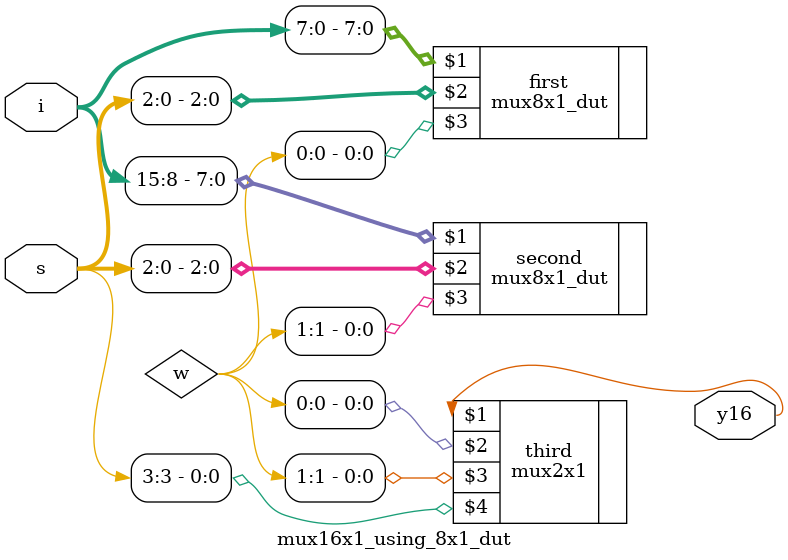
<source format=v>
module mux16x1_using_8x1_dut (
    i,s,y16 //using two 8x1 for 16x1
);
    input [15:0]i;
    input [3:0]s;
    wire [1:0]w;
    output y16;

    mux8x1_dut first(i[7:0],s[2:0],w[0]);
    mux8x1_dut second(i[15:8],s[2:0],w[1]);

    mux2x1 third(y16,w[0],w[1],s[3]);
endmodule

</source>
